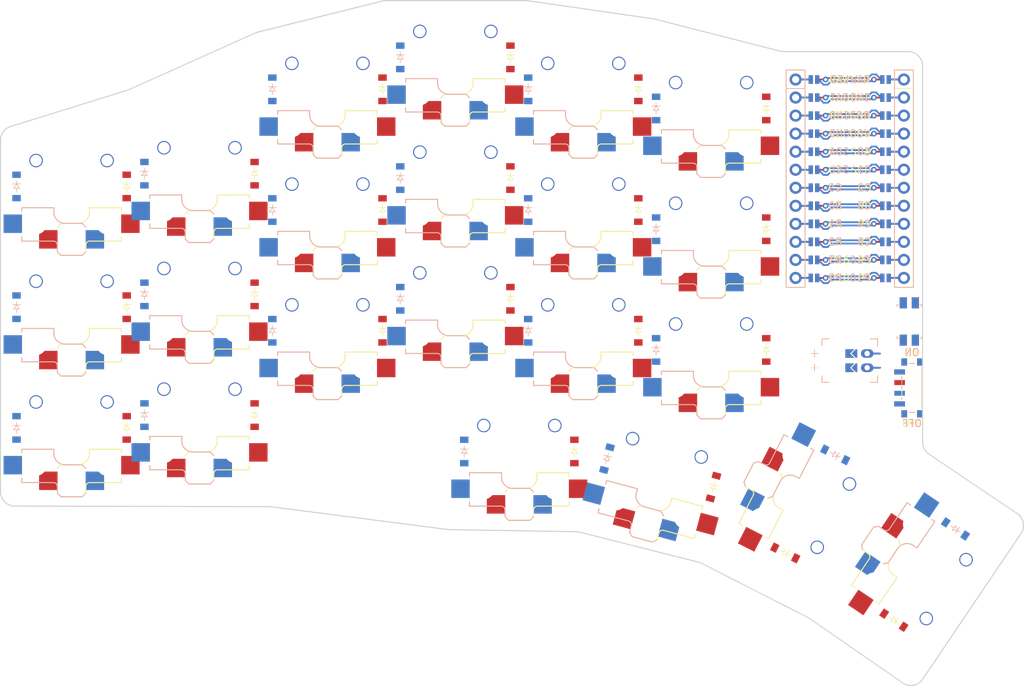
<source format=kicad_pcb>
(kicad_pcb (version 20241229) (generator "pcbnew") (generator_version "9.0")
  (title_block (title "scyboard") (date "2025-06-01") (rev "1") (company "Scybin"))
  (layers (0 "F.Cu" signal) (2 "B.Cu" signal) (13 "F.Paste" user) (15 "B.Paste" user) (5 "F.SilkS" user "F.Silkscreen") (7 "B.SilkS" user "B.Silkscreen") (1 "F.Mask" user) (3 "B.Mask" user) (25 "Edge.Cuts" user))
  (net 0 "")
  (net 1 "C0")
  (net 2 "outer_bottom_B")
  (net 3 "GND")
  (net 4 "outer_home_B")
  (net 5 "outer_top_B")
  (net 6 "C1")
  (net 7 "pinky_bottom_B")
  (net 8 "pinky_home_B")
  (net 9 "pinky_top_B")
  (net 10 "C2")
  (net 11 "ring_bottom_B")
  (net 12 "ring_home_B")
  (net 13 "ring_top_B")
  (net 14 "C3")
  (net 15 "middle_bottom_B")
  (net 16 "middle_home_B")
  (net 17 "middle_top_B")
  (net 18 "C4")
  (net 19 "index_bottom_B")
  (net 20 "index_home_B")
  (net 21 "index_top_B")
  (net 22 "C5")
  (net 23 "inner_bottom_B")
  (net 24 "inner_home_B")
  (net 25 "inner_top_B")
  (net 26 "tuck_cluster_B")
  (net 27 "layer_cluster_B")
  (net 28 "space_cluster_B")
  (net 29 "reach_cluster_B")
  (net 30 "R2")
  (net 31 "R1")
  (net 32 "R0")
  (net 33 "R3")
  (net 34 "outer_bottom_F")
  (net 35 "outer_home_F")
  (net 36 "outer_top_F")
  (net 37 "pinky_bottom_F")
  (net 38 "pinky_home_F")
  (net 39 "pinky_top_F")
  (net 40 "ring_bottom_F")
  (net 41 "ring_home_F")
  (net 42 "ring_top_F")
  (net 43 "middle_bottom_F")
  (net 44 "middle_home_F")
  (net 45 "middle_top_F")
  (net 46 "index_bottom_F")
  (net 47 "index_home_F")
  (net 48 "index_top_F")
  (net 49 "inner_bottom_F")
  (net 50 "inner_home_F")
  (net 51 "inner_top_F")
  (net 52 "tuck_cluster_F")
  (net 53 "layer_cluster_F")
  (net 54 "space_cluster_F")
  (net 55 "reach_cluster_F")
  (net 56 "RAW")
  (net 57 "RST")
  (net 58 "VCC")
  (net 59 "P16")
  (net 60 "P10")
  (net 61 "LED")
  (net 62 "DAT")
  (net 63 "SDA")
  (net 64 "SCL")
  (net 65 "CS")
  (net 66 "P9")
  (net 67 "MCU1_24")
  (net 68 "MCU1_1")
  (net 69 "MCU1_23")
  (net 70 "MCU1_2")
  (net 71 "MCU1_22")
  (net 72 "MCU1_3")
  (net 73 "MCU1_21")
  (net 74 "MCU1_4")
  (net 75 "MCU1_20")
  (net 76 "MCU1_5")
  (net 77 "MCU1_19")
  (net 78 "MCU1_6")
  (net 79 "MCU1_18")
  (net 80 "MCU1_7")
  (net 81 "MCU1_17")
  (net 82 "MCU1_8")
  (net 83 "MCU1_16")
  (net 84 "MCU1_9")
  (net 85 "MCU1_15")
  (net 86 "MCU1_10")
  (net 87 "MCU1_14")
  (net 88 "MCU1_11")
  (net 89 "MCU1_13")
  (net 90 "MCU1_12")
  (net 91 "BAT_P")
  (net 92 "JST1_1")
  (net 93 "JST1_2")
  (footprint "ceoloide:diode_tht_sod123" (layer "F.Cu") (at 93.75 84.82 -90)
    (property "Reference" "D29" (hide yes))
    (property "Value" "")
  )
  (footprint "ceoloide:switch_choc_v1_v2" (layer "F.Cu") (at 140 89.02 180)
    (property "Reference" "S38" (hide yes))
    (property "Value" "")
  )
  (footprint "ceoloide:diode_tht_sod123" (layer "F.Cu") (at 129.75 67.82 -90)
    (property "Reference" "D36" (hide yes))
    (property "Value" "")
  )
  (footprint "ceoloide:switch_choc_v1_v2" (layer "F.Cu") (at 113 103.32 180)
    (property "Reference" "S41" (hide yes))
    (property "Value" "")
  )
  (footprint "ceoloide:diode_tht_sod123" (layer "F.Cu") (at 111.75 80.32 -90)
    (property "Reference" "D32" (hide yes))
    (property "Value" "")
  )
  (footprint "ceoloide:switch_choc_v1_v2" (layer "F.Cu") (at 50 100 180)
    (property "Reference" "S23" (hide yes))
    (property "Value" "")
  )
  (footprint "ceoloide:diode_tht_sod123" (layer "F.Cu") (at 147.75 87.52 -90)
    (property "Reference" "D38" (hide yes))
    (property "Value" "")
  )
  (footprint "ceoloide:diode_tht_sod123" (layer "F.Cu") (at 75.75 62.7 -90)
    (property "Reference" "D28" (hide yes))
    (property "Value" "")
  )
  (footprint "ceoloide:diode_tht_sod123" (layer "F.Cu") (at 93.75 67.82 -90)
    (property "Reference" "D30" (hide yes))
    (property "Value" "")
  )
  (footprint "ceoloide:diode_tht_sod123" (layer "F.Cu") (at 111.75 46.32 -90)
    (property "Reference" "D34" (hide yes))
    (property "Value" "")
  )
  (footprint "ceoloide:diode_tht_sod123" (layer "F.Cu") (at 140.314154 106.836959 -105)
    (property "Reference" "D42" (hide yes))
    (property "Value" "")
  )
  (footprint "ceoloide:switch_choc_v1_v2" (layer "F.Cu") (at 104 81.82 180)
    (property "Reference" "S32" (hide yes))
    (property "Value" "")
  )
  (footprint "custom:custom_power_switch_smd_side" (layer "F.Cu") (at 168.25 92.87)
    (property "Reference" "PWR1" (hide yes))
    (property "Value" "")
  )
  (footprint "ceoloide:switch_choc_v1_v2" (layer "F.Cu") (at 86 52.32 180)
    (property "Reference" "S31" (hide yes))
    (property "Value" "")
  )
  (footprint "ceoloide:switch_choc_v1_v2" (layer "F.Cu") (at 68 98.2 180)
    (property "Reference" "S26" (hide yes))
    (property "Value" "")
  )
  (footprint "ceoloide:switch_choc_v1_v2" (layer "F.Cu") (at 50 83 180)
    (property "Reference" "S24" (hide yes))
    (property "Value" "")
  )
  (footprint "ceoloide:switch_choc_v1_v2" (layer "F.Cu") (at 104 64.82 180)
    (property "Reference" "S33" (hide yes))
    (property "Value" "")
  )
  (footprint "ceoloide:switch_choc_v1_v2" (layer "F.Cu") (at 86 69.32 180)
    (property "Reference" "S30" (hide yes))
    (property "Value" "")
  )
  (footprint "ceoloide:switch_choc_v1_v2" (layer "F.Cu") (at 140 55.02 180)
    (property "Reference" "S40" (hide yes))
    (property "Value" "")
  )
  (footprint "ceoloide:switch_choc_v1_v2" (layer "F.Cu") (at 122 69.32 180)
    (property "Reference" "S36" (hide yes))
    (property "Value" "")
  )
  (footprint "ceoloide:switch_choc_v1_v2" (layer "F.Cu") (at 68 81.2 180)
    (property "Reference" "S27" (hide yes))
    (property "Value" "")
  )
  (footprint "ceoloide:mcu_nice_nano" (layer "F.Cu") (at 159.5 62.145)
    (property "Reference" "MCU1" (hide yes))
    (property "Value" "")
  )
  (footprint "ceoloide:diode_tht_sod123" (layer "F.Cu") (at 147.75 53.52 -90)
    (property "Reference" "D40" (hide yes))
    (property "Value" "")
  )
  (footprint "ceoloide:diode_tht_sod123" (layer "F.Cu") (at 129.75 50.82 -90)
    (property "Reference" "D37" (hide yes))
    (property "Value" "")
  )
  (footprint "ceoloide:diode_tht_sod123" (layer "F.Cu") (at 120.75 101.82 -90)
    (property "Reference" "D41" (hide yes))
    (property "Value" "")
  )
  (footprint "ceoloide:diode_tht_sod123" (layer "F.Cu") (at 57.75 98.5 -90)
    (property "Reference" "D23" (hide yes))
    (property "Value" "")
  )
  (footprint "ceoloide:diode_tht_sod123" (layer "F.Cu") (at 147.75 70.52 -90)
    (property "Reference" "D39" (hide yes))
    (property "Value" "")
  )
  (footprint "ceoloide:switch_choc_v1_v2" (layer "F.Cu") (at 68 64.2 180)
    (property "Reference" "S28" (hide yes))
    (property "Value" "")
  )
  (footprint "ceoloide:switch_choc_v1_v2" (layer "F.Cu") (at 50 66 180)
    (property "Reference" "S25" (hide yes))
    (property "Value" "")
  )
  (footprint "ceoloide:diode_tht_sod123" (layer "F.Cu") (at 75.75 79.7 -90)
    (property "Reference" "D27" (hide yes))
    (property "Value" "")
  )
  (footprint "ceoloide:switch_choc_v1_v2" (layer "F.Cu") (at 122 52.32 180)
    (property "Reference" "S37" (hide yes))
    (property "Value" "")
  )
  (footprint "ceoloide:diode_tht_sod123" (layer "F.Cu") (at 129.75 84.82 -90)
    (property "Reference" "D35" (hide yes))
    (property "Value" "")
  )
  (footprint "ceoloide:diode_tht_sod123" (layer "F.Cu") (at 150.418083 116.106286 153)
    (property "Reference" "D43" (hide yes))
    (property "Value" "")
  )
  (footprint "ceoloide:switch_choc_v1_v2" (layer "F.Cu") (at 122 86.32 180)
    (property "Reference" "S35" (hide yes))
    (property "Value" "")
  )
  (footprint "ceoloide:switch_choc_v1_v2" (layer "F.Cu") (at 86 86.32 180)
    (property "Reference" "S29" (hide yes))
    (property "Value" "")
  )
  (footprint "ceoloide:diode_tht_sod123" (layer "F.Cu") (at 165.709811 125.58383 146)
    (property "Reference" "D44" (hide yes))
    (property "Value" "")
  )
  (footprint "ceoloide:switch_choc_v1_v2" (layer "F.Cu") (at 168.8 118.32 56)
    (property "Reference" "S44" (hide yes))
    (property "Value" "")
  )
  (footprint "ceoloide:switch_choc_v1_v2" (layer "F.Cu") (at 104 47.82 180)
    (property "Reference" "S34" (hide yes))
    (property "Value" "")
  )
  (footprint "ceoloide:switch_choc_v1_v2" (layer "F.Cu") (at 152.6 108.52 63)
    (property "Reference" "S43" (hide yes))
    (property "Value" "")
  )
  (footprint "ceoloide:switch_choc_v1_v2" (layer "F.Cu") (at 140 72.02 180)
    (property "Reference" "S39" (hide yes))
    (property "Value" "")
  )
  (footprint "ceoloide:diode_tht_sod123" (layer "F.Cu") (at 57.75 81.5 -90)
    (property "Reference" "D24" (hide yes))
    (property "Value" "")
  )
  (footprint "custom:custom_reset_switch_smd_side" (layer "F.Cu") (at 167.884 83.52 -90)
    (property "Reference" "RST1" (hide yes))
    (property "Value" "")
  )
  (footprint "ceoloide:switch_choc_v1_v2" (layer "F.Cu") (at 132.44 106.28 165)
    (property "Reference" "S42" (hide yes))
    (property "Value" "")
  )
  (footprint "ceoloide:diode_tht_sod123" (layer "F.Cu") (at 93.75 50.82 -90)
    (property "Reference" "D31" (hide yes))
    (property "Value" "")
  )
  (footprint "ceoloide:diode_tht_sod123" (layer "F.Cu") (at 75.75 96.7 -90)
    (property "Reference" "D26" (hide yes))
    (property "Value" "")
  )
  (footprint "ceoloide:diode_tht_sod123" (layer "F.Cu") (at 111.75 63.32 -90)
    (property "Reference" "D33" (hide yes))
    (property "Value" "")
  )
  (footprint "custom:custom_battery_connector_jst_ph_2" (layer "F.Cu") (at 161.95 89.03 -90)
    (property "Reference" "JST1" (hide yes))
    (property "Value" "")
  )
  (footprint "ceoloide:diode_tht_sod123" (layer "F.Cu") (at 57.75 64.5 -90)
    (property "Reference" "D25" (hide yes))
    (property "Value" "")
  )
  (footprint "custom:custom_switch_choc_v1_v2" (layer "B.Cu") (at 68 64.2 180)
    (property "Reference" "S6" (hide yes))
    (property "Value" "")
  )
  (footprint "custom:custom_switch_choc_v1_v2" (layer "B.Cu") (at 140 72.02 180)
    (property "Reference" "S17" (hide yes))
    (property "Value" "")
  )
  (footprint "ceoloide:diode_tht_sod123" (layer "B.Cu") (at 114.25 67.82 -90)
    (property "Reference" "D14" (hide yes))
    (property "Value" "")
  )
  (footprint "custom:custom_switch_choc_v1_v2" (layer "B.Cu") (at 122 52.32 180)
    (property "Reference" "S15" (hide yes))
    (property "Value" "")
  )
  (footprint "ceoloide:diode_tht_sod123" (layer "B.Cu") (at 60.25 96.7 -90)
    (property "Reference" "D4" (hide yes))
    (property "Value" "")
  )
  (footprint "ceoloide:diode_tht_sod123" (layer "B.Cu") (at 132.25 70.52 -90)
    (property "Reference" "D17" (hide yes))
    (property "Value" "")
  )
  (footprint "custom:custom_switch_choc_v1_v2" (layer "B.Cu") (at 132.44 106.28 165)
    (property "Reference" "S20" (hide yes))
    (property "Value" "")
  )
  (footprint "ceoloide:diode_tht_sod123" (layer "B.Cu") (at 114.25 50.82 -90)
    (property "Reference" "D15" (hide yes))
    (property "Value" "")
  )
  (footprint "custom:custom_switch_choc_v1_v2" (layer "B.Cu") (at 113 103.32 180)
    (property "Reference" "S19" (hide yes))
    (property "Value" "")
  )
  (footprint "custom:custom_switch_choc_v1_v2" (layer "B.Cu") (at 50 66 180)
    (property "Reference" "S3" (hide yes))
    (property "Value" "")
  )
  (footprint "ceoloide:diode_tht_sod123" (layer "B.Cu") (at 174.377301 112.733748 146)
    (property "Reference" "D22" (hide yes))
    (property "Value" "")
  )
  (footprint "ceoloide:diode_tht_sod123" (layer "B.Cu") (at 96.25 63.32 -90)
    (property "Reference" "D11" (hide yes))
    (property "Value" "")
  )
  (footprint "ceoloide:diode_tht_sod123" (layer "B.Cu") (at 125.342303 102.825264 -105)
    (property "Reference" "D20" (hide yes))
    (property "Value" "")
  )
  (footprint "custom:custom_switch_choc_v1_v2" (layer "B.Cu") (at 122 86.32 180)
    (property "Reference" "S13" (hide yes))
    (property "Value" "")
  )
  (footprint "custom:custom_switch_choc_v1_v2" (layer "B.Cu") (at 104 47.82 180)
    (property "Reference" "S12" (hide yes))
    (property "Value" "")
  )
  (footprint "custom:custom_switch_choc_v1_v2" (layer "B.Cu") (at 68 98.2 180)
    (property "Reference" "S4" (hide yes))
    (property "Value" "")
  )
  (footprint "ceoloide:diode_tht_sod123" (layer "B.Cu") (at 78.25 84.82 -90)
    (property "Reference" "D7" (hide yes))
    (property "Value" "")
  )
  (footprint "ceoloide:diode_tht_sod123" (layer "B.Cu") (at 132.25 87.52 -90)
    (property "Reference" "D16" (hide yes))
    (property "Value" "")
  )
  (footprint "ceoloide:diode_tht_sod123" (layer "B.Cu") (at 114.25 84.82 -90)
    (property "Reference" "D13" (hide yes))
    (property "Value" "")
  )
  (footprint "ceoloide:diode_tht_sod123" (layer "B.Cu") (at 42.25 81.5 -90)
    (property "Reference" "D2" (hide yes))
    (property "Value" "")
  )
  (footprint "custom:custom_switch_choc_v1_v2" (layer "B.Cu") (at 104 81.82 180)
    (property "Reference" "S10" (hide yes))
    (property "Value" "")
  )
  (footprint "ceoloide:diode_tht_sod123" (layer "B.Cu") (at 78.25 50.82 -90)
    (property "Reference" "D9" (hide yes))
    (property "Value" "")
  )
  (footprint "custom:custom_switch_choc_v1_v2" (layer "B.Cu") (at 50 83 180)
    (property "Reference" "S2" (hide yes))
    (property "Value" "")
  )
  (footprint "custom:custom_switch_choc_v1_v2" (layer "B.Cu") (at 86 52.32 180)
    (property "Reference" "S9" (hide yes))
    (property "Value" "")
  )
  (footprint "custom:custom_switch_choc_v1_v2_2.00u" (layer "B.Cu") (at 152.6 108.52 63)
    (property "Reference" "S21" (hide yes))
    (property "Value" "")
  )
  (footprint "custom:custom_switch_choc_v1_v2" (layer "B.Cu") (at 122 69.32 180)
    (property "Reference" "S14" (hide yes))
    (property "Value" "")
  )
  (footprint "ceoloide:diode_tht_sod123" (layer "B.Cu") (at 157.454936 102.295685 153)
    (property "Reference" "D21" (hide yes))
    (property "Value" "")
  )
  (footprint "custom:custom_switch_choc_v1_v2" (layer "B.Cu") (at 50 100 180)
    (property "Reference" "S1" (hide yes))
    (property "Value" "")
  )
  (footprint "ceoloide:diode_tht_sod123" (layer "B.Cu") (at 78.25 67.82 -90)
    (property "Reference" "D8" (hide yes))
    (property "Value" "")
  )
  (footprint "custom:custom_switch_choc_v1_v2" (layer "B.Cu") (at 104 64.82 180)
    (property "Reference" "S11" (hide yes))
    (property "Value" "")
  )
  (footprint "ceoloide:diode_tht_sod123" (layer "B.Cu") (at 132.25 53.52 -90)
    (property "Reference" "D18" (hide yes))
    (property "Value" "")
  )
  (footprint "ceoloide:diode_tht_sod123" (layer "B.Cu") (at 60.25 79.7 -90)
    (property "Reference" "D5" (hide yes))
    (property "Value" "")
  )
  (footprint "ceoloide:diode_tht_sod123" (layer "B.Cu") (at 105.25 101.82 -90)
    (property "Reference" "D19" (hide yes))
    (property "Value" "")
  )
  (footprint "custom:custom_switch_choc_v1_v2" (layer "B.Cu") (at 140 89.02 180)
    (property "Reference" "S16" (hide yes))
    (property "Value" "")
  )
  (footprint "custom:custom_switch_choc_v1_v2" (layer "B.Cu") (at 86 86.32 180)
    (property "Reference" "S7" (hide yes))
    (property "Value" "")
  )
  (footprint "custom:custom_switch_choc_v1_v2_2.00u" (layer "B.Cu") (at 168.8 118.32 56)
    (property "Reference" "S22" (hide yes))
    (property "Value" "")
  )
  (footprint "custom:custom_switch_choc_v1_v2" (layer "B.Cu") (at 86 69.32 180)
    (property "Reference" "S8" (hide yes))
    (property "Value" "")
  )
  (footprint "custom:custom_switch_choc_v1_v2" (layer "B.Cu") (at 140 55.02 180)
    (property "Reference" "S18" (hide yes))
    (property "Value" "")
  )
  (footprint "custom:custom_switch_choc_v1_v2" (layer "B.Cu") (at 68 81.2 180)
    (property "Reference" "S5" (hide yes))
    (property "Value" "")
  )
  (footprint "ceoloide:diode_tht_sod123" (layer "B.Cu") (at 96.25 80.32 -90)
    (property "Reference" "D10" (hide yes))
    (property "Value" "")
  )
  (footprint "ceoloide:diode_tht_sod123" (layer "B.Cu") (at 60.25 62.7 -90)
    (property "Reference" "D6" (hide yes))
    (property "Value" "")
  )
  (footprint "ceoloide:diode_tht_sod123" (layer "B.Cu") (at 96.25 46.32 -90)
    (property "Reference" "D12" (hide yes))
    (property "Value" "")
  )
  (footprint "ceoloide:diode_tht_sod123" (layer "B.Cu") (at 42.25 98.5 -90)
    (property "Reference" "D1" (hide yes))
    (property "Value" "")
  )
  (footprint "ceoloide:diode_tht_sod123" (layer "B.Cu") (at 42.25 64.5 -90)
    (property "Reference" "D3" (hide yes))
    (property "Value" "")
  )
  (gr_arc (start 183.07016 110.575806) (mid 183.915052 111.852266) (end 183.609849 113.352267) (stroke (width 0.15)) (layer "Edge.Cuts"))
  (gr_line (start 138.226988 117.413845) (end 121.512918 113.183875) (stroke (width 0.15)) (layer "Edge.Cuts"))
  (gr_arc (start 153.561066 125.171185) (mid 153.678337 125.235975) (end 153.791008 125.30847) (stroke (width 0.15)) (layer "Edge.Cuts"))
  (gr_arc (start 169.750021 98.524586) (mid 169.750005 98.520007) (end 169.75 98.515428) (stroke (width 0.15)) (layer "Edge.Cuts"))
  (gr_arc (start 77.874372 109.59967) (mid 77.999742 109.603935) (end 78.124599 109.616048) (stroke (width 0.15)) (layer "Edge.Cuts"))
  (gr_line (start 94.246211 38.32) (end 113.856301 38.32) (stroke (width 0.15)) (layer "Edge.Cuts"))
  (gr_line (start 166.959177 134.419008) (end 153.791008 125.30847) (stroke (width 0.15)) (layer "Edge.Cuts"))
  (gr_line (start 153.561066 125.171185) (end 138.644282 117.570704) (stroke (width 0.15)) (layer "Edge.Cuts"))
  (gr_line (start 169.75 98.515428) (end 169.75 47.52) (stroke (width 0.15)) (layer "Edge.Cuts"))
  (gr_line (start 41.405867 56.062619) (end 57.884982 50.935783) (stroke (width 0.15)) (layer "Edge.Cuts"))
  (gr_arc (start 150.251514 45.52) (mid 150.001965 45.504373) (end 149.756317 45.457726) (stroke (width 0.15)) (layer "Edge.Cuts"))
  (gr_arc (start 75.838145 42.892655) (mid 76.002571 42.827421) (end 76.172117 42.776971) (stroke (width 0.15)) (layer "Edge.Cuts"))
  (gr_arc (start 169.755175 133.892666) (mid 168.467098 134.739766) (end 166.959177 134.419008) (stroke (width 0.15)) (layer "Edge.Cuts"))
  (gr_arc (start 58.109892 50.850671) (mid 57.998718 50.896612) (end 57.884982 50.935783) (stroke (width 0.15)) (layer "Edge.Cuts"))
  (gr_line (start 121.055793 113.123029) (end 103.111413 112.82187) (stroke (width 0.15)) (layer "Edge.Cuts"))
  (gr_line (start 170.640857 102.192136) (end 183.07016 110.575806) (stroke (width 0.15)) (layer "Edge.Cuts"))
  (gr_line (start 150.251514 45.52) (end 167.75 45.52) (stroke (width 0.15)) (layer "Edge.Cuts"))
  (gr_line (start 40 107.505256) (end 40 57.972333) (stroke (width 0.15)) (layer "Edge.Cuts"))
  (gr_line (start 58.109892 50.850671) (end 75.838145 42.892655) (stroke (width 0.15)) (layer "Edge.Cuts"))
  (gr_arc (start 40 57.972333) (mid 40.389356 56.786625) (end 41.405867 56.062619) (stroke (width 0.15)) (layer "Edge.Cuts"))
  (gr_arc (start 93.76114 38.379715) (mid 94.001845 38.334986) (end 94.246211 38.32) (stroke (width 0.15)) (layer "Edge.Cuts"))
  (gr_line (start 114.142223 38.340543) (end 131.894247 40.904725) (stroke (width 0.15)) (layer "Edge.Cuts"))
  (gr_line (start 77.874372 109.599669) (end 41.994737 109.505249) (stroke (width 0.15)) (layer "Edge.Cuts"))
  (gr_arc (start 113.856301 38.32) (mid 113.99963 38.325143) (end 114.142223 38.340543) (stroke (width 0.15)) (layer "Edge.Cuts"))
  (gr_line (start 102.889485 112.805766) (end 78.124599 109.616048) (stroke (width 0.15)) (layer "Edge.Cuts"))
  (gr_arc (start 138.226988 117.413845) (mid 138.44002 117.480609) (end 138.644282 117.570705) (stroke (width 0.15)) (layer "Edge.Cuts"))
  (gr_line (start 76.172117 42.776971) (end 93.76114 38.379715) (stroke (width 0.15)) (layer "Edge.Cuts"))
  (gr_line (start 183.609849 113.352267) (end 169.755175 133.892666) (stroke (width 0.15)) (layer "Edge.Cuts"))
  (gr_arc (start 170.640857 102.192135) (mid 169.995503 101.477045) (end 169.759264 100.543218) (stroke (width 0.15)) (layer "Edge.Cuts"))
  (gr_arc (start 167.75 45.52) (mid 169.164214 46.105786) (end 169.75 47.52) (stroke (width 0.15)) (layer "Edge.Cuts"))
  (gr_arc (start 103.111413 112.82187) (mid 103.000225 112.816906) (end 102.889485 112.805766) (stroke (width 0.15)) (layer "Edge.Cuts"))
  (gr_line (start 169.750021 98.524586) (end 169.759264 100.543218) (stroke (width 0.15)) (layer "Edge.Cuts"))
  (gr_arc (start 121.055793 113.123029) (mid 121.286114 113.140236) (end 121.512918 113.183875) (stroke (width 0.15)) (layer "Edge.Cuts"))
  (gr_arc (start 131.894248 40.904725) (mid 131.999443 40.922795) (end 132.103523 40.946456) (stroke (width 0.15)) (layer "Edge.Cuts"))
  (gr_arc (start 41.994737 109.505249) (mid 40.583928 108.917607) (end 40 107.505256) (stroke (width 0.15)) (layer "Edge.Cuts"))
  (gr_line (start 132.103522 40.946456) (end 149.756317 45.457726) (stroke (width 0.15)) (layer "Edge.Cuts"))
  (segment (start 154.92 59.605) (end 156.1 59.605) (width 0.25) (layer "F.Cu") (net 1))
  (segment (start 163.200305 58.88) (end 162.599695 58.88) (width 0.25) (layer "B.Cu") (net 1))
  (segment (start 162.094695 59.385) (end 156.32 59.385) (width 0.25) (layer "B.Cu") (net 1))
  (segment (start 164.275 59.605) (end 163.925305 59.605) (width 0.25) (layer "B.Cu") (net 1))
  (segment (start 162.599695 58.88) (end 162.094695 59.385) (width 0.25) (layer "B.Cu") (net 1))
  (segment (start 163.925305 59.605) (end 163.200305 58.88) (width 0.25) (layer "B.Cu") (net 1))
  (segment (start 154.92 51.985) (end 156.1 51.985) (width 0.25) (layer "F.Cu") (net 3))
  (segment (start 164.08 54.525) (end 162.9 54.525) (width 0.25) (layer "F.Cu") (net 3))
  (segment (start 164.08 57.065) (end 162.9 57.065) (width 0.25) (layer "F.Cu") (net 3))
  (segment (start 164.275 51.985) (end 163.925305 51.985) (width 0.25) (layer "B.Cu") (net 3))
  (segment (start 155.799695 57.79) (end 156.400305 57.79) (width 0.25) (layer "B.Cu") (net 3))
  (segment (start 155.799695 55.25) (end 156.400305 55.25) (width 0.25) (layer "B.Cu") (net 3))
  (segment (start 163.925305 51.985) (end 163.200305 51.26) (width 0.25) (layer "B.Cu") (net 3))
  (segment (start 162.094695 51.765) (end 156.32 51.765) (width 0.25) (layer "B.Cu") (net 3))
  (segment (start 156.400305 55.25) (end 156.895305 54.755) (width 0.25) (layer "B.Cu") (net 3))
  (segment (start 156.400305 57.79) (end 156.895305 57.295) (width 0.25) (layer "B.Cu") (net 3))
  (segment (start 163.200305 51.26) (end 162.599695 51.26) (width 0.25) (layer "B.Cu") (net 3))
  (segment (start 155.074695 54.525) (end 155.799695 55.25) (width 0.25) (layer "B.Cu") (net 3))
  (segment (start 156.895305 54.755) (end 162.67 54.755) (width 0.25) (layer "B.Cu") (net 3))
  (segment (start 154.725 57.065) (end 155.074695 57.065) (width 0.25) (layer "B.Cu") (net 3))
  (segment (start 154.725 54.525) (end 155.074695 54.525) (width 0.25) (layer "B.Cu") (net 3))
  (segment (start 162.599695 51.26) (end 162.094695 51.765) (width 0.25) (layer "B.Cu") (net 3))
  (segment (start 155.074695 57.065) (end 155.799695 57.79) (width 0.25) (layer "B.Cu") (net 3))
  (segment (start 156.895305 57.295) (end 162.67 57.295) (width 0.25) (layer "B.Cu") (net 3))
  (segment (start 154.92 62.145) (end 156.1 62.145) (width 0.25) (layer "F.Cu") (net 6))
  (segment (start 164.275 62.145) (end 163.925305 62.145) (width 0.25) (layer "B.Cu") (net 6))
  (segment (start 162.094695 61.925) (end 156.32 61.925) (width 0.25) (layer "B.Cu") (net 6))
  (segment (start 163.925305 62.145) (end 163.200305 61.42) (width 0.25) (layer "B.Cu") (net 6))
  (segment (start 162.599695 61.42) (end 162.094695 61.925) (width 0.25) (layer "B.Cu") (net 6))
  (segment (start 163.200305 61.42) (end 162.599695 61.42) (width 0.25) (layer "B.Cu") (net 6))
  (segment (start 154.92 64.685) (end 156.1 64.685) (width 0.25) (layer "F.Cu") (net 10))
  (segment (start 163.200305 63.96) (end 162.599695 63.96) (width 0.25) (layer "B.Cu") (net 10))
  (segment (start 163.925305 64.685) (end 163.200305 63.96) (width 0.25) (layer "B.Cu") (net 10))
  (segment (start 162.094695 64.465) (end 156.32 64.465) (width 0.25) (layer "B.Cu") (net 10))
  (segment (start 162.599695 63.96) (end 162.094695 64.465) (width 0.25) (layer "B.Cu") (net 10))
  (segment (start 164.275 64.685) (end 163.925305 64.685) (width 0.25) (layer "B.Cu") (net 10))
  (segment (start 154.92 67.225) (end 156.1 67.225) (width 0.25) (layer "F.Cu") (net 14))
  (segment (start 162.094695 67.005) (end 156.32 67.005) (width 0.25) (layer "B.Cu") (net 14))
  (segment (start 162.599695 66.5) (end 162.094695 67.005) (width 0.25) (layer "B.Cu") (net 14))
  (segment (start 163.200305 66.5) (end 162.599695 66.5) (width 0.25) (layer "B.Cu") (net 14))
  (segment (start 164.275 67.225) (end 163.925305 67.225) (width 0.25) (layer "B.Cu") (net 14))
  (segment (start 163.925305 67.225) (end 163.200305 66.5) (width 0.25) (layer "B.Cu") (net 14))
  (segment (start 154.92 69.765) (end 156.1 69.765) (width 0.25) (layer "F.Cu") (net 18))
  (segment (start 163.200305 69.04) (end 162.599695 69.04) (width 0.25) (layer "B.Cu") (net 18))
  (segment (start 164.275 69.765) (end 163.925305 69.765) (width 0.25) (layer "B.Cu") (net 18))
  (segment (start 162.599695 69.04) (end 162.094695 69.545) (width 0.25) (layer "B.Cu") (net 18))
  (segment (start 163.925305 69.765) (end 163.200305 69.04) (width 0.25) (layer "B.Cu") (net 18))
  (segment (start 162.094695 69.545) (end 156.32 69.545) (width 0.25) (layer "B.Cu") (net 18))
  (segment (start 154.92 72.305) (end 156.1 72.305) (width 0.25) (layer "F.Cu") (net 22))
  (segment (start 163.200305 71.58) (end 162.599695 71.58) (width 0.25) (layer "B.Cu") (net 22))
  (segment (start 162.599695 71.58) (end 162.094695 72.085) (width 0.25) (layer "B.Cu") (net 22))
  (segment (start 163.925305 72.305) (end 163.200305 71.58) (width 0.25) (layer "B.Cu") (net 22))
  (segment (start 162.094695 72.085) (end 156.32 72.085) (width 0.25) (layer "B.Cu") (net 22))
  (segment (start 164.275 72.305) (end 163.925305 72.305) (width 0.25) (layer "B.Cu") (net 22))
  (segment (start 164.08 72.305) (end 162.9 72.305) (width 0.25) (layer "F.Cu") (net 30))
  (segment (start 155.799695 73.03) (end 156.400305 73.03) (width 0.25) (layer "B.Cu") (net 30))
  (segment (start 155.074695 72.305) (end 155.799695 73.03) (width 0.25) (layer "B.Cu") (net 30))
  (segment (start 156.895305 72.535) (end 162.67 72.535) (width 0.25) (layer "B.Cu") (net 30))
  (segment (start 154.725 72.305) (end 155.074695 72.305) (width 0.25) (layer "B.Cu") (net 30))
  (segment (start 156.400305 73.03) (end 156.895305 72.535) (width 0.25) (layer "B.Cu") (net 30))
  (segment (start 164.08 69.765) (end 162.9 69.765) (width 0.25) (layer "F.Cu") (net 31))
  (segment (start 154.725 69.765) (end 155.074695 69.765) (width 0.25) (layer "B.Cu") (net 31))
  (segment (start 155.074695 69.765) (end 155.799695 70.49) (width 0.25) (layer "B.Cu") (net 31))
  (segment (start 156.895305 69.995) (end 162.67 69.995) (width 0.25) (layer "B.Cu") (net 31))
  (segment (start 156.400305 70.49) (end 156.895305 69.995) (width 0.25) (layer "B.Cu") (net 31))
  (segment (start 155.799695 70.49) (end 156.400305 70.49) (width 0.25) (layer "B.Cu") (net 31))
  (segment (start 164.08 67.225) (end 162.9 67.225) (width 0.25) (layer "F.Cu") (net 32))
  (segment (start 156.400305 67.95) (end 156.895305 67.455) (width 0.25) (layer "B.Cu") (net 32))
  (segment (start 156.895305 67.455) (end 162.67 67.455) (width 0.25) (layer "B.Cu") (net 32))
  (segment (start 155.799695 67.95) (end 156.400305 67.95) (width 0.25) (layer "B.Cu") (net 32))
  (segment (start 154.725 67.225) (end 155.074695 67.225) (width 0.25) (layer "B.Cu") (net 32))
  (segment (start 155.074695 67.225) (end 155.799695 67.95) (width 0.25) (layer "B.Cu") (net 32))
  (segment (start 164.08 74.845) (end 162.9 74.845) (width 0.25) (layer "F.Cu") (net 33))
  (segment (start 155.799695 75.57) (end 156.400305 75.57) (width 0.25) (layer "B.Cu") (net 33))
  (segment (start 154.725 74.845) (end 155.074695 74.845) (width 0.25) (layer "B.Cu") (net 33))
  (segment (start 156.400305 75.57) (end 156.895305 75.075) (width 0.25) (layer "B.Cu") (net 33))
  (segment (start 155.074695 74.845) (end 155.799695 75.57) (width 0.25) (layer "B.Cu") (net 33))
  (segment (start 156.895305 75.075) (end 162.67 75.075) (width 0.25) (layer "B.Cu") (net 33))
  (segment (start 154.92 49.445) (end 156.1 49.445) (width 0.25) (layer "F.Cu") (net 56))
  (segment (start 162.094695 49.225) (end 156.32 49.225) (width 0.25) (layer "B.Cu") (net 56))
  (segment (start 163.200305 48.72) (end 162.599695 48.72) (width 0.25) (layer "B.Cu") (net 56))
  (segment (start 162.599695 48.72) (end 162.094695 49.225) (width 0.25) (layer "B.Cu") (net 56))
  (segment (start 163.925305 49.445) (end 163.200305 48.72) (width 0.25) (layer "B.Cu") (net 56))
  (segment (start 164.275 49.445) (end 163.925305 49.445) (width 0.25) (layer "B.Cu") (net 56))
  (segment (start 154.92 54.525) (end 156.1 54.525) (width 0.25) (layer "F.Cu") (net 57))
  (segment (start 163.200305 53.8) (end 162.599695 53.8) (width 0.25) (layer "B.Cu") (net 57))
  (segment (start 162.094695 54.305) (end 156.32 54.305) (width 0.25) (layer "B.Cu") (net 57))
  (segment (start 164.275 54.525) (end 163.925305 54.525) (width 0.25) (layer "B.Cu") (net 57))
  (segment (start 163.925305 54.525) (end 163.200305 53.8) (width 0.25) (layer "B.Cu") (net 57))
  (segment (start 162.599695 53.8) (end 162.094695 54.305) (width 0.25) (layer "B.Cu") (net 57))
  (segment (start 154.92 57.065) (end 156.1 57.065) (width 0.25) (layer "F.Cu") (net 58))
  (segment (start 162.094695 56.845) (end 156.32 56.845) (width 0.25) (layer "B.Cu") (net 58))
  (segment (start 163.200305 56.34) (end 162.599695 56.34) (width 0.25) (layer "B.Cu") (net 58))
  (segment (start 164.275 57.065) (end 163.925305 57.065) (width 0.25) (layer "B.Cu") (net 58))
  (segment (start 162.599695 56.34) (end 162.094695 56.845) (width 0.25) (layer "B.Cu") (net 58))
  (segment (start 163.925305 57.065) (end 163.200305 56.34) (width 0.25) (layer "B.Cu") (net 58))
  (segment (start 154.92 74.845) (end 156.1 74.845) (width 0.25) (layer "F.Cu") (net 59))
  (segment (start 162.599695 74.12) (end 162.094695 74.625) (width 0.25) (layer "B.Cu") (net 59))
  (segment (start 162.094695 74.625) (end 156.32 74.625) (width 0.25) (layer "B.Cu") (net 59))
  (segment (start 163.925305 74.845) (end 163.200305 74.12) (width 0.25) (layer "B.Cu") (net 59))
  (segment (start 163.200305 74.12) (end 162.599695 74.12) (width 0.25) (layer "B.Cu") (net 59))
  (segment (start 164.275 74.845) (end 163.925305 74.845) (width 0.25) (layer "B.Cu") (net 59))
  (segment (start 154.92 77.385) (end 156.1 77.385) (width 0.25) (layer "F.Cu") (net 60))
  (segment (start 164.275 77.385) (end 163.925305 77.385) (width 0.25) (layer "B.Cu") (net 60))
  (segment (start 163.200305 76.66) (end 162.599695 76.66) (width 0.25) (layer "B.Cu") (net 60))
  (segment (start 163.925305 77.385) (end 163.200305 76.66) (width 0.25) (layer "B.Cu") (net 60))
  (segment (start 162.599695 76.66) (end 162.094695 77.165) (width 0.25) (layer "B.Cu") (net 60))
  (segment (start 162.094695 77.165) (end 156.32 77.165) (width 0.25) (layer "B.Cu") (net 60))
  (segment (start 164.08 49.445) (end 162.9 49.445) (width 0.25) (layer "F.Cu") (net 61))
  (segment (start 155.799695 50.17) (end 156.400305 50.17) (width 0.25) (layer "B.Cu") (net 61))
  (segment (start 154.725 49.445) (end 155.074695 49.445) (width 0.25) (layer "B.Cu") (net 61))
  (segment (start 156.400305 50.17) (end 156.895305 49.675) (width 0.25) (layer "B.Cu") (net 61))
  (segment (start 156.895305 49.675) (end 162.67 49.675) (width 0.25) (layer "B.Cu") (net 61))
  (segment (start 155.074695 49.445) (end 155.799695 50.17) (width 0.25) (layer "B.Cu") (net 61))
  (segment (start 164.08 51.985) (end 162.9 51.985) (width 0.25) (layer "F.Cu") (net 62))
  (segment (start 155.799695 52.71) (end 156.400305 52.71) (width 0.25) (layer "B.Cu") (net 62))
  (segment (start 154.725 51.985) (end 155.074695 51.985) (width 0.25) (layer "B.Cu") (net 62))
  (segment (start 155.074695 51.985) (end 155.799695 52.71) (width 0.25) (layer "B.Cu") (net 62))
  (segment (start 156.895305 52.215) (end 162.67 52.215) (width 0.25) (layer "B.Cu") (net 62))
  (segment (start 156.400305 52.71) (end 156.895305 52.215) (width 0.25) (layer "B.Cu") (net 62))
  (segment (start 164.08 59.605) (end 162.9 59.605) (width 0.25) (layer "F.Cu") (net 63))
  (segment (start 155.074695 59.605) (end 155.799695 60.33) (width 0.25) (layer "B.Cu") (net 63))
  (segment (start 155.799695 60.33) (end 156.400305 60.33) (width 0.25) (layer "B.Cu") (net 63))
  (segment (start 156.400305 60.33) (end 156.895305 59.835) (width 0.25) (layer "B.Cu") (net 63))
  (segment (start 154.725 59.605) (end 155.074695 59.605) (width 0.25) (layer "B.Cu") (net 63))
  (segment (start 156.895305 59.835) (end 162.67 59.835) (width 0.25) (layer "B.Cu") (net 63))
  (segment (start 164.08 62.145) (end 162.9 62.145) (width 0.25) (layer "F.Cu") (net 64))
  (segment (start 155.074695 62.145) (end 155.799695 62.87) (width 0.25) (layer "B.Cu") (net 64))
  (segment (start 154.725 62.145) (end 155.074695 62.145) (width 0.25) (layer "B.Cu") (net 64))
  (segment (start 155.799695 62.87) (end 156.400305 62.87) (width 0.25) (layer "B.Cu") (net 64))
  (segment (start 156.400305 62.87) (end 156.895305 62.375) (width 0.25) (layer "B.Cu") (net 64))
  (segment (start 156.895305 62.375) (end 162.67 62.375) (width 0.25) (layer "B.Cu") (net 64))
  (segment (start 164.08 64.685) (end 162.9 64.685) (width 0.25) (layer "F.Cu") (net 65))
  (segment (start 154.725 64.685) (end 155.074695 64.685) (width 0.25) (layer "B.Cu") (net 65))
  (segment (start 155.074695 64.685) (end 155.799695 65.41) (width 0.25) (layer "B.Cu") (net 65))
  (segment (start 155.799695 65.41) (end 156.400305 65.41) (width 0.25) (layer "B.Cu") (net 65))
  (segment (start 156.400305 65.41) (end 156.895305 64.915) (width 0.25) (layer "B.Cu") (net 65))
  (segment (start 156.895305 64.915) (end 162.67 64.915) (width 0.25) (layer "B.Cu") (net 65))
  (segment (start 164.08 77.385) (end 162.9 77.385) (width 0.25) (layer "F.Cu") (net 66))
  (segment (start 155.799695 78.11) (end 156.400305 78.11) (width 0.25) (layer "B.Cu") (net 66))
  (segment (start 154.725 77.385) (end 155.074695 77.385) (width 0.25) (layer "B.Cu") (net 66))
  (segment (start 156.895305 77.615) (end 162.67 77.615) (width 0.25) (layer "B.Cu") (net 66))
  (segment (start 156.400305 78.11) (end 156.895305 77.615) (width 0.25) (layer "B.Cu") (net 66))
  (segment (start 155.074695 77.385) (end 155.799695 78.11) (width 0.25) (layer "B.Cu") (net 66))
  (segment (start 151.88 49.445) (end 154 49.445) (width 0.25) (layer "F.Cu") (net 67))
  (segment (start 151.88 49.445) (end 154 49.445) (width 0.25) (layer "B.Cu") (net 67))
  (segment (start 165 49.445) (end 167.12 49.445) (width 0.25) (layer "F.Cu") (net 68))
  (segment (start 167.12 49.445) (end 165 49.445) (width 0.25) (layer "B.Cu") (net 68))
  (segment (start 151.88 51.985) (end 154 51.985) (width 0.25) (layer "F.Cu") (net 69))
  (segment (start 151.88 51.985) (end 154 51.985) (width 0.25) (layer "B.Cu") (net 69))
  (segment (start 165 51.985) (end 167.12 51.985) (width 0.25) (layer "F.Cu") (net 70))
  (segment (start 167.12 51.985) (end 165 51.985) (width 0.25) (layer "B.Cu") (net 70))
  (segment (start 151.88 54.525) (end 154 54.525) (width 0.25) (layer "F.Cu") (net 71))
  (segment (start 151.88 54.525) (end 154 54.525) (width 0.25) (layer "B.Cu") (net 71))
  (segment (start 165 54.525) (end 167.12 54.525) (width 0.25) (layer "F.Cu") (net 72))
  (segment (start 167.12 54.525) (end 165 54.525) (width 0.25) (layer "B.Cu") (net 72))
  (segment (start 151.88 57.065) (end 154 57.065) (width 0.25) (layer "F.Cu") (net 73))
  (segment (start 151.88 57.065) (end 154 57.065) (width 0.25) (layer "B.Cu") (net 73))
  (segment (start 165 57.065) (end 167.12 57.065) (width 0.25) (layer "F.Cu") (net 74))
  (segment (start 167.12 57.065) (end 165 57.065) (width 0.25) (layer "B.Cu") (net 74))
  (segment (start 151.88 59.605) (end 154 59.605) (width 0.25) (layer "F.Cu") (net 75))
  (segment (start 151.88 59.605) (end 154 59.605) (width 0.25) (layer "B.Cu") (net 75))
  (segment (start 165 59.605) (end 167.12 59.605) (width 0.25) (layer "F.Cu") (net 76))
  (segment (start 167.12 59.605) (end 165 59.605) (width 0.25) (layer "B.Cu") (net 76))
  (segment (start 151.88 62.145) (end 154 62.145) (width 0.25) (layer "F.Cu") (net 77))
  (segment (start 151.88 62.145) (end 154 62.145) (width 0.25) (layer "B.Cu") (net 77))
  (segment (start 165 62.145) (end 167.12 62.145) (width 0.25) (layer "F.Cu") (net 78))
  (segment (start 167.12 62.145) (end 165 62.145) (width 0.25) (layer "B.Cu") (net 78))
  (segment (start 151.88 64.685) (end 154 64.685) (width 0.25) (layer "F.Cu") (net 79))
  (segment (start 151.88 64.685) (end 154 64.685) (width 0.25) (layer "B.Cu") (net 79))
  (segment (start 165 64.685) (end 167.12 64.685) (width 0.25) (layer "F.Cu") (net 80))
  (segment (start 167.12 64.685) (end 165 64.685) (width 0.25) (layer "B.Cu") (net 80))
  (segment (start 151.88 67.225) (end 154 67.225) (width 0.25) (layer "F.Cu") (net 81))
  (segment (start 151.88 67.225) (end 154 67.225) (width 0.25) (layer "B.Cu") (net 81))
  (segment (start 165 67.225) (end 167.12 67.225) (width 0.25) (layer "F.Cu") (net 82))
  (segment (start 167.12 67.225) (end 165 67.225) (width 0.25) (layer "B.Cu") (net 82))
  (segment (start 151.88 69.765) (end 154 69.765) (width 0.25) (layer "F.Cu") (net 83))
  (segment (start 151.88 69.765) (end 154 69.765) (width 0.25) (layer "B.Cu") (net 83))
  (segment (start 165 69.765) (end 167.12 69.765) (width 0.25) (layer "F.Cu") (net 84))
  (segment (start 167.12 69.765) (end 165 69.765) (width 0.25) (layer "B.Cu") (net 84))
  (segment (start 151.88 72.305) (end 154 72.305) (width 0.25) (layer "F.Cu") (net 85))
  (segment (start 151.88 72.305) (end 154 72.305) (width 0.25) (layer "B.Cu") (net 85))
  (segment (start 165 72.305) (end 167.12 72.305) (width 0.25) (layer "F.Cu") (net 86))
  (segment (start 167.12 72.305) (end 165 72.305) (width 0.25) (layer "B.Cu") (net 86))
  (segment (start 151.88 74.845) (end 154 74.845) (width 0.25) (layer "F.Cu") (net 87))
  (segment (start 151.88 74.845) (end 154 74.845) (width 0.25) (layer "B.Cu") (net 87))
  (segment (start 165 74.845) (end 167.12 74.845) (width 0.25) (layer "F.Cu") (net 88))
  (segment (start 167.12 74.845) (end 165 74.845) (width 0.25) (layer "B.Cu") (net 88))
  (segment (start 151.88 77.385) (end 154 77.385) (width 0.25) (layer "F.Cu") (net 89))
  (segment (start 151.88 77.385) (end 154 77.385) (width 0.25) (layer "B.Cu") (net 89))
  (segment (start 165 77.385) (end 167.12 77.385) (width 0.25) (layer "F.Cu") (net 90))
  (segment (start 167.12 77.385) (end 165 77.385) (width 0.25) (layer "B.Cu") (net 90))
  (segment (start 163.75 88.03) (end 161.95 88.03) (width 0.25) (layer "F.Cu") (net 92))
  (segment (start 163.75 88.03) (end 161.95 88.03) (width 0.25) (layer "B.Cu") (net 92))
  (segment (start 163.75 90.03) (end 161.95 90.03) (width 0.25) (layer "F.Cu") (net 93))
  (segment (start 163.75 90.03) (end 161.95 90.03) (width 0.25) (layer "B.Cu") (net 93))
)
</source>
